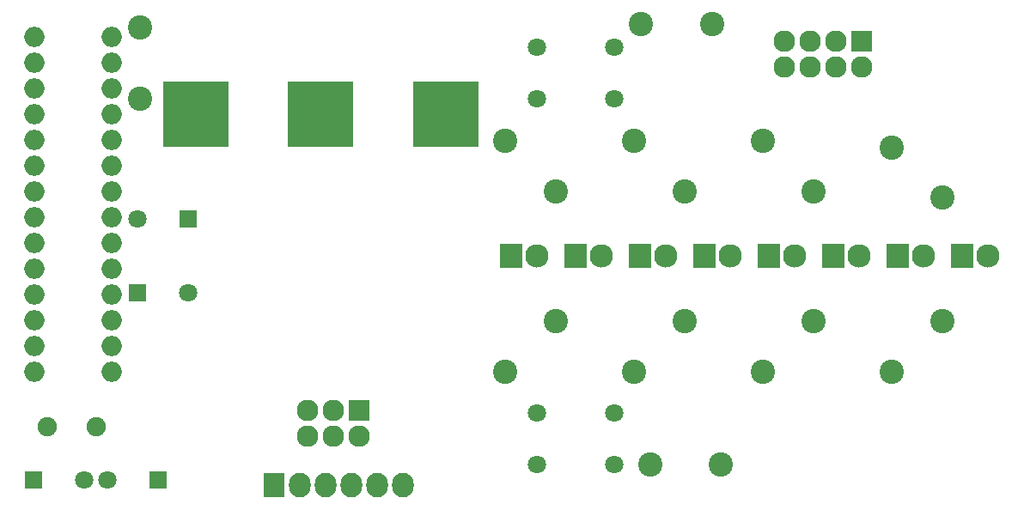
<source format=gbr>
G04 #@! TF.FileFunction,Soldermask,Bot*
%FSLAX46Y46*%
G04 Gerber Fmt 4.6, Leading zero omitted, Abs format (unit mm)*
G04 Created by KiCad (PCBNEW (2015-08-30 BZR 6134, Git 4e94d52)-product) date 10/20/2015 9:06:24 PM*
%MOMM*%
G01*
G04 APERTURE LIST*
%ADD10C,0.100000*%
%ADD11O,2.000000X2.000000*%
%ADD12R,2.300000X2.400000*%
%ADD13C,2.300000*%
%ADD14R,2.127200X2.127200*%
%ADD15O,2.127200X2.127200*%
%ADD16R,2.127200X2.432000*%
%ADD17O,2.127200X2.432000*%
%ADD18C,1.797000*%
%ADD19C,1.901140*%
%ADD20R,1.800000X1.800000*%
%ADD21C,1.800000*%
%ADD22C,2.398980*%
%ADD23R,6.496000X6.496000*%
G04 APERTURE END LIST*
D10*
D11*
X53340000Y-53340000D03*
X53340000Y-55880000D03*
X53340000Y-58420000D03*
X53340000Y-60960000D03*
X53340000Y-63500000D03*
X53340000Y-66040000D03*
X53340000Y-68580000D03*
X53340000Y-71120000D03*
X53340000Y-73660000D03*
X53340000Y-76200000D03*
X53340000Y-78740000D03*
X53340000Y-81280000D03*
X53340000Y-83820000D03*
X53340000Y-86360000D03*
X60960000Y-86360000D03*
X60960000Y-83820000D03*
X60960000Y-81280000D03*
X60960000Y-78740000D03*
X60960000Y-76200000D03*
X60960000Y-73660000D03*
X60960000Y-71120000D03*
X60960000Y-68580000D03*
X60960000Y-66040000D03*
X60960000Y-63500000D03*
X60960000Y-60960000D03*
X60960000Y-58420000D03*
X60960000Y-55880000D03*
X60960000Y-53340000D03*
D12*
X100330000Y-74930000D03*
D13*
X102870000Y-74930000D03*
D12*
X106680000Y-74930000D03*
D13*
X109220000Y-74930000D03*
D12*
X113030000Y-74930000D03*
D13*
X115570000Y-74930000D03*
D12*
X119380000Y-74930000D03*
D13*
X121920000Y-74930000D03*
D12*
X125730000Y-74930000D03*
D13*
X128270000Y-74930000D03*
D12*
X132080000Y-74930000D03*
D13*
X134620000Y-74930000D03*
D12*
X138430000Y-74930000D03*
D13*
X140970000Y-74930000D03*
D12*
X144780000Y-74930000D03*
D13*
X147320000Y-74930000D03*
D14*
X85344000Y-90170000D03*
D15*
X85344000Y-92710000D03*
X82804000Y-90170000D03*
X82804000Y-92710000D03*
X80264000Y-90170000D03*
X80264000Y-92710000D03*
D16*
X76962000Y-97536000D03*
D17*
X79502000Y-97536000D03*
X82042000Y-97536000D03*
X84582000Y-97536000D03*
X87122000Y-97536000D03*
X89662000Y-97536000D03*
D18*
X110490000Y-54356000D03*
X110490000Y-59436000D03*
X102870000Y-54356000D03*
X102870000Y-59436000D03*
X102870000Y-95504000D03*
X102870000Y-90424000D03*
X110490000Y-95504000D03*
X110490000Y-90424000D03*
D19*
X59440940Y-91750000D03*
X54559060Y-91750000D03*
D20*
X63500000Y-78500000D03*
D21*
X68500000Y-78500000D03*
D20*
X68500000Y-71250000D03*
D21*
X63500000Y-71250000D03*
D20*
X65500000Y-97000000D03*
D21*
X60500000Y-97000000D03*
D20*
X53250000Y-97000000D03*
D21*
X58250000Y-97000000D03*
D22*
X104709874Y-68514874D03*
X99760126Y-63565126D03*
X104709874Y-81345126D03*
X99760126Y-86294874D03*
X117409874Y-68514874D03*
X112460126Y-63565126D03*
X117409874Y-81345126D03*
X112460126Y-86294874D03*
X130109874Y-68514874D03*
X125160126Y-63565126D03*
X130109874Y-81345126D03*
X125160126Y-86294874D03*
X142809874Y-69149874D03*
X137860126Y-64200126D03*
X142809874Y-81345126D03*
X137860126Y-86294874D03*
X63754000Y-59380000D03*
X63754000Y-52380000D03*
X113086000Y-52070000D03*
X120086000Y-52070000D03*
X114000000Y-95500000D03*
X121000000Y-95500000D03*
D23*
X81534000Y-60960000D03*
X93853000Y-60960000D03*
X69215000Y-60960000D03*
D14*
X134820000Y-53760000D03*
D15*
X134820000Y-56300000D03*
X132280000Y-53760000D03*
X132280000Y-56300000D03*
X129740000Y-53760000D03*
X129740000Y-56300000D03*
X127200000Y-53760000D03*
X127200000Y-56300000D03*
M02*

</source>
